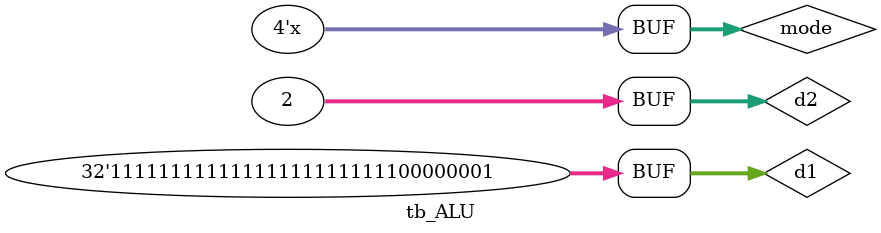
<source format=v>
module tb_ALU ();

    reg [31:0]  d1, d2;
    reg [3:0]   mode;
    wire[31:0]  res;

    ALU alu(
        .i_data_1(d1),
        .i_data_2(d2),
        .i_mode(mode),
        .o_data(res)
    );

    initial begin
        d1 = -32'hff;
        d2 = 32'd2;
        mode = 0;
    end

    always #20 mode <= mode + 1;

    reg [5*8:0] str;
    always @(*) begin
        casez (mode)
            4'b0000: str = "add";
            4'b0001: str = "sub";
            4'b010?: str = "slt";
            4'b011?: str = "sltu";
            4'b001?: str = "sll";
            4'b100?: str = "xor";
            4'b110?: str = "or";
            4'b111?: str = "and";
            4'b1010: str = "srl";
            4'b1011: str = "sra";
        endcase
    end
    
endmodule
</source>
